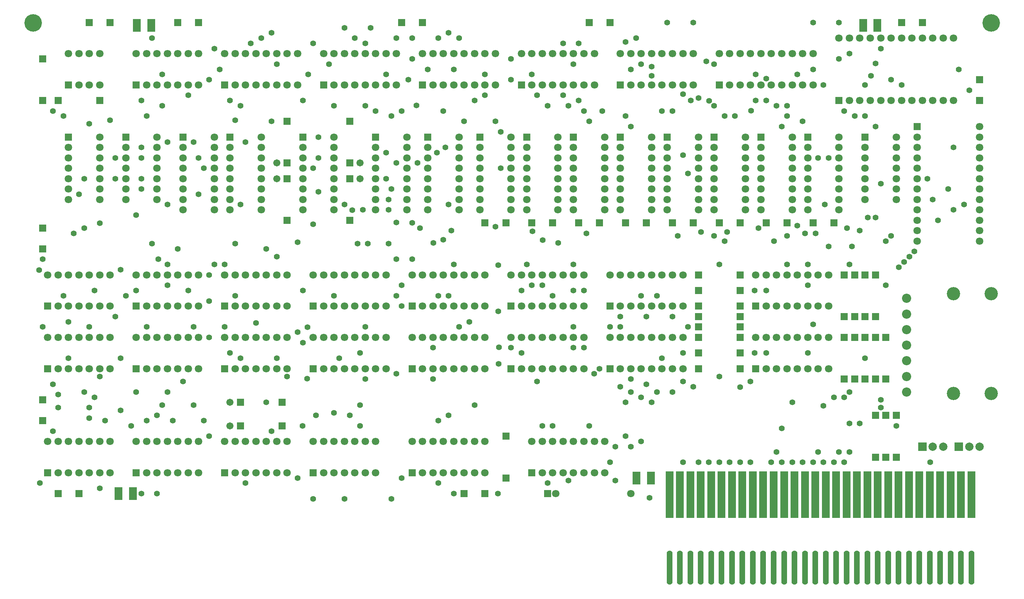
<source format=gbs>
G04*
G04 #@! TF.GenerationSoftware,Altium Limited,Altium Designer,23.6.0 (18)*
G04*
G04 Layer_Color=16711935*
%FSLAX44Y44*%
%MOMM*%
G71*
G04*
G04 #@! TF.SameCoordinates,8006C624-1F22-46BB-959B-2378D66551BF*
G04*
G04*
G04 #@! TF.FilePolarity,Negative*
G04*
G01*
G75*
G04:AMPARAMS|DCode=14|XSize=1.4032mm|YSize=8.2032mm|CornerRadius=0.7016mm|HoleSize=0mm|Usage=FLASHONLY|Rotation=0.000|XOffset=0mm|YOffset=0mm|HoleType=Round|Shape=RoundedRectangle|*
%AMROUNDEDRECTD14*
21,1,1.4032,6.8000,0,0,0.0*
21,1,0.0000,8.2032,0,0,0.0*
1,1,1.4032,0.0000,-3.4000*
1,1,1.4032,0.0000,-3.4000*
1,1,1.4032,0.0000,3.4000*
1,1,1.4032,0.0000,3.4000*
%
%ADD14ROUNDEDRECTD14*%
%ADD15R,1.9032X11.2032*%
%ADD16C,1.8032*%
%ADD17R,1.8032X1.8032*%
%ADD18C,3.2032*%
%ADD19C,4.2032*%
%ADD20R,1.8032X1.8032*%
%ADD21C,2.2032*%
%ADD22R,2.0032X2.0032*%
%ADD23C,2.0032*%
%ADD24C,1.7032*%
%ADD25C,1.4032*%
%ADD26C,1.4032*%
%ADD48R,1.9532X3.1032*%
D14*
X2393000Y122000D02*
D03*
X2418001D02*
D03*
X2367999D02*
D03*
X2293000D02*
D03*
X2317999D02*
D03*
X2343000D02*
D03*
X2443000D02*
D03*
X2243000D02*
D03*
X2117999D02*
D03*
X1993001D02*
D03*
X2018000D02*
D03*
X2043001D02*
D03*
X2068000D02*
D03*
X2093001D02*
D03*
X2143001D02*
D03*
X2167999D02*
D03*
X2193000D02*
D03*
X2217999D02*
D03*
X2267999D02*
D03*
X1943001D02*
D03*
X1718000D02*
D03*
X1742999D02*
D03*
X1768000D02*
D03*
X1793001D02*
D03*
X1818000D02*
D03*
X1843001D02*
D03*
X1868000D02*
D03*
X1893001D02*
D03*
X1918000D02*
D03*
X1968000D02*
D03*
D15*
X2443000Y297000D02*
D03*
X2418001D02*
D03*
X2393000D02*
D03*
X2367999D02*
D03*
X2343000D02*
D03*
X2317999D02*
D03*
X2293000D02*
D03*
X2267999D02*
D03*
X2243000D02*
D03*
X2217999D02*
D03*
X2193000D02*
D03*
X2167999D02*
D03*
X2143001D02*
D03*
X2117999D02*
D03*
X2093001D02*
D03*
X2068000D02*
D03*
X2043001D02*
D03*
X2018000D02*
D03*
X1993001D02*
D03*
X1968000D02*
D03*
X1943001D02*
D03*
X1918000D02*
D03*
X1893001D02*
D03*
X1868000D02*
D03*
X1843001D02*
D03*
X1818000D02*
D03*
X1793001D02*
D03*
X1768000D02*
D03*
X1742999D02*
D03*
X1718000D02*
D03*
D16*
X1925000Y825000D02*
D03*
X1950000D02*
D03*
X2000000D02*
D03*
X1975000D02*
D03*
X2025000D02*
D03*
X2050000D02*
D03*
X2075000D02*
D03*
X2100000D02*
D03*
Y750000D02*
D03*
X2075000D02*
D03*
X2050000D02*
D03*
X2025000D02*
D03*
X1975000D02*
D03*
X2000000D02*
D03*
X1950000D02*
D03*
X1925000Y675000D02*
D03*
X1950000D02*
D03*
X2000000D02*
D03*
X1975000D02*
D03*
X2025000D02*
D03*
X2050000D02*
D03*
X2075000D02*
D03*
X2100000D02*
D03*
Y600000D02*
D03*
X2075000D02*
D03*
X2050000D02*
D03*
X2025000D02*
D03*
X1975000D02*
D03*
X2000000D02*
D03*
X1950000D02*
D03*
X462500Y825000D02*
D03*
X437500D02*
D03*
X487500D02*
D03*
X512500D02*
D03*
X537500D02*
D03*
X562500D02*
D03*
X587500D02*
D03*
Y750000D02*
D03*
X562500D02*
D03*
X537500D02*
D03*
X487500D02*
D03*
X512500D02*
D03*
X462500D02*
D03*
X2012500Y1156250D02*
D03*
Y1131250D02*
D03*
Y1081250D02*
D03*
Y1106250D02*
D03*
Y1056250D02*
D03*
Y1031250D02*
D03*
Y1006250D02*
D03*
Y981250D02*
D03*
X1937500D02*
D03*
Y1006250D02*
D03*
Y1031250D02*
D03*
Y1056250D02*
D03*
Y1106250D02*
D03*
Y1081250D02*
D03*
Y1131250D02*
D03*
X250000Y350000D02*
D03*
X300000D02*
D03*
X275000D02*
D03*
X325000D02*
D03*
X350000D02*
D03*
X375000D02*
D03*
Y425000D02*
D03*
X350000D02*
D03*
X325000D02*
D03*
X300000D02*
D03*
X275000D02*
D03*
X225000D02*
D03*
X250000D02*
D03*
X1625000Y300000D02*
D03*
X1445000D02*
D03*
X2125000Y1393750D02*
D03*
X2150000D02*
D03*
X2200000D02*
D03*
X2175000D02*
D03*
X2225000D02*
D03*
X2250000D02*
D03*
X2300000D02*
D03*
X2275000D02*
D03*
X2150000Y1243750D02*
D03*
X2200000D02*
D03*
X2175000D02*
D03*
X2225000D02*
D03*
X2250000D02*
D03*
X2275000D02*
D03*
X2300000D02*
D03*
X2325000D02*
D03*
X2350000D02*
D03*
X2375000D02*
D03*
X2400000D02*
D03*
X2375000Y1393750D02*
D03*
X2400000D02*
D03*
X2350000D02*
D03*
X2325000D02*
D03*
X1837500Y1356250D02*
D03*
X1862500D02*
D03*
X1887500D02*
D03*
X1912500D02*
D03*
X1862500Y1281250D02*
D03*
X1912500D02*
D03*
X1887500D02*
D03*
X1937500D02*
D03*
X1962500D02*
D03*
X1987500D02*
D03*
X2012500D02*
D03*
X2037500D02*
D03*
X2062500D02*
D03*
Y1356250D02*
D03*
X2037500D02*
D03*
X1987500D02*
D03*
X2012500D02*
D03*
X1962500D02*
D03*
X1937500D02*
D03*
X1412500Y350000D02*
D03*
X1462500D02*
D03*
X1437500D02*
D03*
X1487500D02*
D03*
X1512500D02*
D03*
X1537500D02*
D03*
X1562500D02*
D03*
Y425000D02*
D03*
X1537500D02*
D03*
X1512500D02*
D03*
X1487500D02*
D03*
X1437500D02*
D03*
X1462500D02*
D03*
X1412500D02*
D03*
X1387500D02*
D03*
X1125000Y350000D02*
D03*
X1175000D02*
D03*
X1150000D02*
D03*
X1200000D02*
D03*
X1225000D02*
D03*
X1250000D02*
D03*
X1275000D02*
D03*
Y425000D02*
D03*
X1250000D02*
D03*
X1225000D02*
D03*
X1200000D02*
D03*
X1150000D02*
D03*
X1175000D02*
D03*
X1125000D02*
D03*
X1100000D02*
D03*
X675000D02*
D03*
X650000D02*
D03*
X700000D02*
D03*
X725000D02*
D03*
X750000D02*
D03*
X775000D02*
D03*
X800000D02*
D03*
Y350000D02*
D03*
X775000D02*
D03*
X750000D02*
D03*
X700000D02*
D03*
X725000D02*
D03*
X675000D02*
D03*
X887500Y425000D02*
D03*
X862500D02*
D03*
X912500D02*
D03*
X937500D02*
D03*
X962500D02*
D03*
X987500D02*
D03*
X1012500D02*
D03*
Y350000D02*
D03*
X987500D02*
D03*
X962500D02*
D03*
X912500D02*
D03*
X937500D02*
D03*
X887500D02*
D03*
X462500D02*
D03*
X512500D02*
D03*
X487500D02*
D03*
X537500D02*
D03*
X562500D02*
D03*
X587500D02*
D03*
Y425000D02*
D03*
X562500D02*
D03*
X537500D02*
D03*
X512500D02*
D03*
X487500D02*
D03*
X437500D02*
D03*
X462500D02*
D03*
Y675000D02*
D03*
X437500D02*
D03*
X487500D02*
D03*
X512500D02*
D03*
X537500D02*
D03*
X562500D02*
D03*
X587500D02*
D03*
Y600000D02*
D03*
X562500D02*
D03*
X537500D02*
D03*
X487500D02*
D03*
X512500D02*
D03*
X462500D02*
D03*
X250000D02*
D03*
X300000D02*
D03*
X275000D02*
D03*
X325000D02*
D03*
X350000D02*
D03*
X375000D02*
D03*
Y675000D02*
D03*
X350000D02*
D03*
X325000D02*
D03*
X300000D02*
D03*
X275000D02*
D03*
X225000D02*
D03*
X250000D02*
D03*
X675000D02*
D03*
X650000D02*
D03*
X700000D02*
D03*
X725000D02*
D03*
X750000D02*
D03*
X775000D02*
D03*
X800000D02*
D03*
Y600000D02*
D03*
X775000D02*
D03*
X750000D02*
D03*
X700000D02*
D03*
X725000D02*
D03*
X675000D02*
D03*
X1600000Y750000D02*
D03*
X1650000D02*
D03*
X1625000D02*
D03*
X1675000D02*
D03*
X1700000D02*
D03*
X1725000D02*
D03*
X1750000D02*
D03*
Y825000D02*
D03*
X1725000D02*
D03*
X1700000D02*
D03*
X1675000D02*
D03*
X1625000D02*
D03*
X1650000D02*
D03*
X1600000D02*
D03*
X1575000D02*
D03*
X1600000Y600000D02*
D03*
X1650000D02*
D03*
X1625000D02*
D03*
X1675000D02*
D03*
X1700000D02*
D03*
X1725000D02*
D03*
X1750000D02*
D03*
Y675000D02*
D03*
X1725000D02*
D03*
X1700000D02*
D03*
X1675000D02*
D03*
X1625000D02*
D03*
X1650000D02*
D03*
X1600000D02*
D03*
X1575000D02*
D03*
X1362500Y600000D02*
D03*
X1412500D02*
D03*
X1387500D02*
D03*
X1437500D02*
D03*
X1462500D02*
D03*
X1487500D02*
D03*
X1512500D02*
D03*
Y675000D02*
D03*
X1487500D02*
D03*
X1462500D02*
D03*
X1437500D02*
D03*
X1387500D02*
D03*
X1412500D02*
D03*
X1362500D02*
D03*
X1337500D02*
D03*
X1362500Y750000D02*
D03*
X1412500D02*
D03*
X1387500D02*
D03*
X1437500D02*
D03*
X1462500D02*
D03*
X1487500D02*
D03*
X1512500D02*
D03*
Y825000D02*
D03*
X1487500D02*
D03*
X1462500D02*
D03*
X1437500D02*
D03*
X1387500D02*
D03*
X1412500D02*
D03*
X1362500D02*
D03*
X1337500D02*
D03*
X887500Y600000D02*
D03*
X937500D02*
D03*
X912500D02*
D03*
X962500D02*
D03*
X987500D02*
D03*
X1012500D02*
D03*
X1037500D02*
D03*
Y675000D02*
D03*
X1012500D02*
D03*
X987500D02*
D03*
X962500D02*
D03*
X912500D02*
D03*
X937500D02*
D03*
X887500D02*
D03*
X862500D02*
D03*
X1125000Y600000D02*
D03*
X1175000D02*
D03*
X1150000D02*
D03*
X1200000D02*
D03*
X1225000D02*
D03*
X1250000D02*
D03*
X1275000D02*
D03*
Y675000D02*
D03*
X1250000D02*
D03*
X1225000D02*
D03*
X1200000D02*
D03*
X1150000D02*
D03*
X1175000D02*
D03*
X1125000D02*
D03*
X1100000D02*
D03*
X1125000Y750000D02*
D03*
X1175000D02*
D03*
X1150000D02*
D03*
X1200000D02*
D03*
X1225000D02*
D03*
X1250000D02*
D03*
X1275000D02*
D03*
Y825000D02*
D03*
X1250000D02*
D03*
X1225000D02*
D03*
X1200000D02*
D03*
X1150000D02*
D03*
X1175000D02*
D03*
X1125000D02*
D03*
X1100000D02*
D03*
X887500Y750000D02*
D03*
X937500D02*
D03*
X912500D02*
D03*
X962500D02*
D03*
X987500D02*
D03*
X1012500D02*
D03*
X1037500D02*
D03*
Y825000D02*
D03*
X1012500D02*
D03*
X987500D02*
D03*
X962500D02*
D03*
X912500D02*
D03*
X937500D02*
D03*
X887500D02*
D03*
X862500D02*
D03*
X675000Y750000D02*
D03*
X725000D02*
D03*
X700000D02*
D03*
X750000D02*
D03*
X775000D02*
D03*
X800000D02*
D03*
Y825000D02*
D03*
X775000D02*
D03*
X750000D02*
D03*
X725000D02*
D03*
X700000D02*
D03*
X650000D02*
D03*
X675000D02*
D03*
X250000Y750000D02*
D03*
X300000D02*
D03*
X275000D02*
D03*
X325000D02*
D03*
X350000D02*
D03*
X375000D02*
D03*
Y825000D02*
D03*
X350000D02*
D03*
X325000D02*
D03*
X300000D02*
D03*
X275000D02*
D03*
X225000D02*
D03*
X250000D02*
D03*
X2462500Y981250D02*
D03*
Y956250D02*
D03*
Y906250D02*
D03*
Y931250D02*
D03*
X2312500Y906250D02*
D03*
Y931250D02*
D03*
Y956250D02*
D03*
Y981250D02*
D03*
Y1006250D02*
D03*
Y1031250D02*
D03*
Y1056250D02*
D03*
Y1081250D02*
D03*
Y1131250D02*
D03*
Y1106250D02*
D03*
Y1156250D02*
D03*
X2462500Y1031250D02*
D03*
Y1006250D02*
D03*
Y1056250D02*
D03*
Y1081250D02*
D03*
Y1131250D02*
D03*
Y1106250D02*
D03*
Y1156250D02*
D03*
Y1181250D02*
D03*
X2187500Y1131250D02*
D03*
Y1081250D02*
D03*
Y1106250D02*
D03*
Y1056250D02*
D03*
Y1031250D02*
D03*
Y1006250D02*
D03*
X2262500D02*
D03*
Y1031250D02*
D03*
Y1056250D02*
D03*
Y1081250D02*
D03*
Y1106250D02*
D03*
Y1156250D02*
D03*
Y1131250D02*
D03*
X1600033Y1131283D02*
D03*
Y1081283D02*
D03*
Y1106283D02*
D03*
Y1056283D02*
D03*
Y1031283D02*
D03*
Y1006283D02*
D03*
Y981283D02*
D03*
X1675033D02*
D03*
Y1006283D02*
D03*
Y1031283D02*
D03*
Y1056283D02*
D03*
Y1106283D02*
D03*
Y1081283D02*
D03*
Y1131283D02*
D03*
Y1156283D02*
D03*
X1712467Y1131207D02*
D03*
Y1081207D02*
D03*
Y1106207D02*
D03*
Y1056207D02*
D03*
Y1031207D02*
D03*
Y1006207D02*
D03*
Y981207D02*
D03*
X1787467D02*
D03*
Y1006207D02*
D03*
Y1031207D02*
D03*
Y1056207D02*
D03*
Y1106207D02*
D03*
Y1081207D02*
D03*
Y1131207D02*
D03*
Y1156207D02*
D03*
X1825033Y1131283D02*
D03*
Y1081283D02*
D03*
Y1106283D02*
D03*
Y1056283D02*
D03*
Y1031283D02*
D03*
Y1006283D02*
D03*
Y981283D02*
D03*
X1900033D02*
D03*
Y1006283D02*
D03*
Y1031283D02*
D03*
Y1056283D02*
D03*
Y1106283D02*
D03*
Y1081283D02*
D03*
Y1131283D02*
D03*
Y1156283D02*
D03*
X2050000Y1131240D02*
D03*
Y1081240D02*
D03*
Y1106240D02*
D03*
Y1056240D02*
D03*
Y1031240D02*
D03*
Y1006240D02*
D03*
Y981240D02*
D03*
X2125000D02*
D03*
Y1006240D02*
D03*
Y1031240D02*
D03*
Y1056240D02*
D03*
Y1106240D02*
D03*
Y1081240D02*
D03*
Y1131240D02*
D03*
Y1156240D02*
D03*
X1487500Y1131250D02*
D03*
Y1081250D02*
D03*
Y1106250D02*
D03*
Y1056250D02*
D03*
Y1031250D02*
D03*
Y1006250D02*
D03*
Y981250D02*
D03*
X1562500D02*
D03*
Y1006250D02*
D03*
Y1031250D02*
D03*
Y1056250D02*
D03*
Y1106250D02*
D03*
Y1081250D02*
D03*
Y1131250D02*
D03*
Y1156250D02*
D03*
X1375000Y1131250D02*
D03*
Y1081250D02*
D03*
Y1106250D02*
D03*
Y1056250D02*
D03*
Y1031250D02*
D03*
Y1006250D02*
D03*
Y981250D02*
D03*
X1450000D02*
D03*
Y1006250D02*
D03*
Y1031250D02*
D03*
Y1056250D02*
D03*
Y1106250D02*
D03*
Y1081250D02*
D03*
Y1131250D02*
D03*
Y1156250D02*
D03*
X1262500Y1131250D02*
D03*
Y1081250D02*
D03*
Y1106250D02*
D03*
Y1056250D02*
D03*
Y1031250D02*
D03*
Y1006250D02*
D03*
Y981250D02*
D03*
X1337500D02*
D03*
Y1006250D02*
D03*
Y1031250D02*
D03*
Y1056250D02*
D03*
Y1106250D02*
D03*
Y1081250D02*
D03*
Y1131250D02*
D03*
Y1156250D02*
D03*
X1137500Y1131250D02*
D03*
Y1081250D02*
D03*
Y1106250D02*
D03*
Y1056250D02*
D03*
Y1031250D02*
D03*
Y1006250D02*
D03*
Y981250D02*
D03*
X1212500D02*
D03*
Y1006250D02*
D03*
Y1031250D02*
D03*
Y1056250D02*
D03*
Y1106250D02*
D03*
Y1081250D02*
D03*
Y1131250D02*
D03*
Y1156250D02*
D03*
X1012500Y1131250D02*
D03*
Y1081250D02*
D03*
Y1106250D02*
D03*
Y1056250D02*
D03*
Y1031250D02*
D03*
Y1006250D02*
D03*
Y981250D02*
D03*
X1087500D02*
D03*
Y1006250D02*
D03*
Y1031250D02*
D03*
Y1056250D02*
D03*
Y1106250D02*
D03*
Y1081250D02*
D03*
Y1131250D02*
D03*
Y1156250D02*
D03*
X837500Y1131250D02*
D03*
Y1081250D02*
D03*
Y1106250D02*
D03*
Y1056250D02*
D03*
Y1031250D02*
D03*
Y1006250D02*
D03*
Y981250D02*
D03*
X912500D02*
D03*
Y1006250D02*
D03*
Y1031250D02*
D03*
Y1056250D02*
D03*
Y1106250D02*
D03*
Y1081250D02*
D03*
Y1131250D02*
D03*
Y1156250D02*
D03*
X662500Y1131250D02*
D03*
Y1081250D02*
D03*
Y1106250D02*
D03*
Y1056250D02*
D03*
Y1031250D02*
D03*
Y1006250D02*
D03*
Y981250D02*
D03*
X737500D02*
D03*
Y1006250D02*
D03*
Y1031250D02*
D03*
Y1056250D02*
D03*
Y1106250D02*
D03*
Y1081250D02*
D03*
Y1131250D02*
D03*
Y1156250D02*
D03*
X550000Y1131250D02*
D03*
Y1081250D02*
D03*
Y1106250D02*
D03*
Y1056250D02*
D03*
Y1031250D02*
D03*
Y1006250D02*
D03*
Y981250D02*
D03*
X625000D02*
D03*
Y1006250D02*
D03*
Y1031250D02*
D03*
Y1056250D02*
D03*
Y1106250D02*
D03*
Y1081250D02*
D03*
Y1131250D02*
D03*
Y1156250D02*
D03*
X487500Y1131250D02*
D03*
Y1156250D02*
D03*
Y1106250D02*
D03*
Y1081250D02*
D03*
Y1056250D02*
D03*
Y1031250D02*
D03*
Y1006250D02*
D03*
X412500D02*
D03*
Y1031250D02*
D03*
Y1056250D02*
D03*
Y1106250D02*
D03*
Y1081250D02*
D03*
Y1131250D02*
D03*
X275000D02*
D03*
Y1081250D02*
D03*
Y1106250D02*
D03*
Y1056250D02*
D03*
Y1031250D02*
D03*
Y1006250D02*
D03*
X350000D02*
D03*
Y1031250D02*
D03*
Y1056250D02*
D03*
Y1081250D02*
D03*
Y1106250D02*
D03*
Y1156250D02*
D03*
Y1131250D02*
D03*
X1625000Y1281250D02*
D03*
X1675000D02*
D03*
X1650000D02*
D03*
X1700000D02*
D03*
X1725000D02*
D03*
X1750000D02*
D03*
X1775000D02*
D03*
Y1356250D02*
D03*
X1750000D02*
D03*
X1725000D02*
D03*
X1700000D02*
D03*
X1650000D02*
D03*
X1675000D02*
D03*
X1625000D02*
D03*
X1600000D02*
D03*
X1387500Y1281250D02*
D03*
X1437500D02*
D03*
X1412500D02*
D03*
X1462500D02*
D03*
X1487500D02*
D03*
X1512500D02*
D03*
X1537500D02*
D03*
Y1356250D02*
D03*
X1512500D02*
D03*
X1487500D02*
D03*
X1462500D02*
D03*
X1412500D02*
D03*
X1437500D02*
D03*
X1387500D02*
D03*
X1362500D02*
D03*
X1150000Y1281250D02*
D03*
X1200000D02*
D03*
X1175000D02*
D03*
X1225000D02*
D03*
X1250000D02*
D03*
X1275000D02*
D03*
X1300000D02*
D03*
Y1356250D02*
D03*
X1275000D02*
D03*
X1250000D02*
D03*
X1225000D02*
D03*
X1175000D02*
D03*
X1200000D02*
D03*
X1150000D02*
D03*
X1125000D02*
D03*
X912500Y1281250D02*
D03*
X962500D02*
D03*
X937500D02*
D03*
X987500D02*
D03*
X1012500D02*
D03*
X1037500D02*
D03*
X1062500D02*
D03*
Y1356250D02*
D03*
X1037500D02*
D03*
X1012500D02*
D03*
X987500D02*
D03*
X937500D02*
D03*
X962500D02*
D03*
X912500D02*
D03*
X887500D02*
D03*
X675000Y1281250D02*
D03*
X725000D02*
D03*
X700000D02*
D03*
X750000D02*
D03*
X775000D02*
D03*
X800000D02*
D03*
X825000D02*
D03*
Y1356250D02*
D03*
X800000D02*
D03*
X775000D02*
D03*
X750000D02*
D03*
X700000D02*
D03*
X725000D02*
D03*
X675000D02*
D03*
X650000D02*
D03*
X462500Y1281250D02*
D03*
X512500D02*
D03*
X487500D02*
D03*
X537500D02*
D03*
X562500D02*
D03*
X587500D02*
D03*
Y1356250D02*
D03*
X562500D02*
D03*
X537500D02*
D03*
X512500D02*
D03*
X487500D02*
D03*
X437500D02*
D03*
X462500D02*
D03*
X300000Y1281250D02*
D03*
X325000D02*
D03*
X350000D02*
D03*
X275000Y1356250D02*
D03*
X300000D02*
D03*
X325000D02*
D03*
X350000D02*
D03*
D17*
X1925000Y750000D02*
D03*
Y600000D02*
D03*
X437500Y750000D02*
D03*
X2112500Y950000D02*
D03*
X2062500D02*
D03*
X2000000D02*
D03*
X1950000D02*
D03*
X1887500D02*
D03*
X1837500D02*
D03*
X1775000D02*
D03*
X1725000D02*
D03*
X1662500D02*
D03*
X1612500D02*
D03*
X1550000D02*
D03*
X1500000D02*
D03*
X1437500D02*
D03*
X1387500D02*
D03*
X1325000D02*
D03*
X1275000D02*
D03*
X225000Y350000D02*
D03*
X1425000Y300000D02*
D03*
X2125000Y1243750D02*
D03*
X1887500Y825000D02*
D03*
X1787500D02*
D03*
X587500Y1431250D02*
D03*
X537500D02*
D03*
X1125000D02*
D03*
X1075000D02*
D03*
X1575000D02*
D03*
X1525000D02*
D03*
X2325000D02*
D03*
X2275000D02*
D03*
X1837500Y1281250D02*
D03*
X1275000Y300000D02*
D03*
X1225000D02*
D03*
X300000D02*
D03*
X250000D02*
D03*
X687500Y462500D02*
D03*
X787500D02*
D03*
X687500Y518750D02*
D03*
X787500D02*
D03*
X1787500Y700000D02*
D03*
X1887500D02*
D03*
X1787500Y675000D02*
D03*
X1887500D02*
D03*
X1787500Y637500D02*
D03*
X1887500D02*
D03*
X1787500Y600000D02*
D03*
X1887500D02*
D03*
X1787500Y787500D02*
D03*
X1887500D02*
D03*
X1787500Y725000D02*
D03*
X1887500D02*
D03*
X1787500Y750000D02*
D03*
X1887500D02*
D03*
X325000Y1431250D02*
D03*
X375000D02*
D03*
X250000Y1243750D02*
D03*
X350000D02*
D03*
X1387500Y350000D02*
D03*
X1100000D02*
D03*
X650000D02*
D03*
X862500D02*
D03*
X437500D02*
D03*
Y600000D02*
D03*
X225000D02*
D03*
X650000D02*
D03*
X1575000Y750000D02*
D03*
Y600000D02*
D03*
X1337500D02*
D03*
Y750000D02*
D03*
X862500Y600000D02*
D03*
X1100000D02*
D03*
Y750000D02*
D03*
X862500D02*
D03*
X650000D02*
D03*
X225000D02*
D03*
X1600000Y1281250D02*
D03*
X1362500D02*
D03*
X1125000D02*
D03*
X887500D02*
D03*
X650000D02*
D03*
X437500Y1281250D02*
D03*
D18*
X2490000Y540000D02*
D03*
X2400000D02*
D03*
X2490000Y780000D02*
D03*
X2400000D02*
D03*
D19*
X2490000Y1430000D02*
D03*
X190000D02*
D03*
D20*
X1937500Y1156250D02*
D03*
X212500Y525000D02*
D03*
Y475000D02*
D03*
Y937500D02*
D03*
Y887500D02*
D03*
Y1243750D02*
D03*
Y1343750D02*
D03*
X2462500Y1293750D02*
D03*
Y1243750D02*
D03*
X2237500Y575000D02*
D03*
Y675000D02*
D03*
X2262500Y387500D02*
D03*
Y487500D02*
D03*
X2237500Y387500D02*
D03*
Y487500D02*
D03*
X2212500Y387500D02*
D03*
Y487500D02*
D03*
X1325000Y337500D02*
D03*
Y437500D02*
D03*
X2212500Y575000D02*
D03*
Y675000D02*
D03*
X2187500Y575000D02*
D03*
Y675000D02*
D03*
X2162500Y575000D02*
D03*
Y675000D02*
D03*
X2137500Y575000D02*
D03*
Y675000D02*
D03*
X2212500Y725000D02*
D03*
Y825000D02*
D03*
X2187500Y725000D02*
D03*
Y825000D02*
D03*
X2162500Y725000D02*
D03*
Y825000D02*
D03*
X2137500Y725000D02*
D03*
Y825000D02*
D03*
X800000Y1193750D02*
D03*
Y1093750D02*
D03*
X950000Y1193750D02*
D03*
Y1093750D02*
D03*
Y1056250D02*
D03*
Y956250D02*
D03*
X800000Y1056250D02*
D03*
Y956250D02*
D03*
X2312500Y1181250D02*
D03*
X2187500Y1156250D02*
D03*
X1600033Y1156283D02*
D03*
X1712467Y1156207D02*
D03*
X1825033Y1156283D02*
D03*
X2050000Y1156240D02*
D03*
X1487500Y1156250D02*
D03*
X1375000D02*
D03*
X1262500D02*
D03*
X1137500D02*
D03*
X1012500D02*
D03*
X837500D02*
D03*
X662500D02*
D03*
X550000D02*
D03*
X412500D02*
D03*
X275000D02*
D03*
Y1281250D02*
D03*
D21*
X2287500Y656250D02*
D03*
Y693750D02*
D03*
Y731250D02*
D03*
Y618750D02*
D03*
Y581250D02*
D03*
Y543750D02*
D03*
Y768750D02*
D03*
D22*
X2412500Y412500D02*
D03*
X2325000D02*
D03*
D23*
X2437500D02*
D03*
X2462500D02*
D03*
X2350000D02*
D03*
X2375000D02*
D03*
D24*
X775000Y1093750D02*
D03*
Y1056250D02*
D03*
X975000Y1093750D02*
D03*
Y1056250D02*
D03*
X662500Y518750D02*
D03*
Y462500D02*
D03*
D25*
X687500Y625000D02*
D03*
X1412500Y800000D02*
D03*
X1913523Y1219773D02*
D03*
X1768750Y1243750D02*
D03*
X2343750Y375000D02*
D03*
X2262500Y462500D02*
D03*
X1100000Y1343750D02*
D03*
X1090571Y1293631D02*
D03*
X1537000Y587500D02*
D03*
X1556250Y1218750D02*
D03*
X1525000Y1193750D02*
D03*
X1806250Y1337500D02*
D03*
X204250Y836796D02*
D03*
X206250Y325000D02*
D03*
X1306572Y848608D02*
D03*
X1306462Y737378D02*
D03*
X1308757Y650843D02*
D03*
X1307992Y611836D02*
D03*
X1337500Y650000D02*
D03*
X1922000Y637500D02*
D03*
X1950000D02*
D03*
X349801Y949613D02*
D03*
X1180110Y1131365D02*
D03*
X1159787Y1118784D02*
D03*
X837000Y462500D02*
D03*
X325000Y1188000D02*
D03*
X675000Y1196750D02*
D03*
X375000D02*
D03*
X312500Y1056250D02*
D03*
X2201779Y1303134D02*
D03*
X2212448Y1333133D02*
D03*
X2125000Y1343750D02*
D03*
X1110586Y1231874D02*
D03*
X848550Y699737D02*
D03*
X847902Y575992D02*
D03*
X487500Y300000D02*
D03*
X1150903Y901568D02*
D03*
X1450472Y901717D02*
D03*
X1100000Y862500D02*
D03*
X1062500D02*
D03*
X2100000Y893750D02*
D03*
X2237478Y906239D02*
D03*
X1389107Y929750D02*
D03*
X1175000Y909500D02*
D03*
X775000Y868750D02*
D03*
X750000Y887500D02*
D03*
X537500D02*
D03*
X675000Y900000D02*
D03*
X475000D02*
D03*
X490500Y862500D02*
D03*
X1118750Y937500D02*
D03*
X1100000Y950000D02*
D03*
X2043750Y925000D02*
D03*
X2000000Y918750D02*
D03*
X1825000D02*
D03*
X1737500D02*
D03*
X2025000Y943750D02*
D03*
X1969041Y906250D02*
D03*
X1793750Y928000D02*
D03*
X1193750Y931250D02*
D03*
X1300000Y940500D02*
D03*
X1312500Y1081250D02*
D03*
X1850000Y906250D02*
D03*
X1856250Y928000D02*
D03*
X2175000Y931250D02*
D03*
X2068750Y925000D02*
D03*
X2143750Y937500D02*
D03*
X1922000Y787500D02*
D03*
X1931250Y937500D02*
D03*
X1912500Y375000D02*
D03*
Y568750D02*
D03*
X1518750Y925000D02*
D03*
X2090750Y993750D02*
D03*
X1062500Y950571D02*
D03*
X1413548Y908263D02*
D03*
X2156250Y893750D02*
D03*
X2150000Y543750D02*
D03*
X1625000Y1181250D02*
D03*
X1612500Y1206250D02*
D03*
X1300000Y1193750D02*
D03*
X437500Y968750D02*
D03*
X612500Y437500D02*
D03*
X1387500Y800000D02*
D03*
X2025000Y1306250D02*
D03*
X2100000Y1106250D02*
D03*
X1887209Y555959D02*
D03*
X1787500Y1250000D02*
D03*
X1750000Y1112500D02*
D03*
X1012500Y1218750D02*
D03*
X1050000Y1031250D02*
D03*
X587500Y1018750D02*
D03*
X612500Y1293750D02*
D03*
X462500Y700000D02*
D03*
X262500Y775000D02*
D03*
X1612500Y437500D02*
D03*
Y1384790D02*
D03*
X912500Y493750D02*
D03*
X1850000Y1206250D02*
D03*
X1825000Y1231250D02*
D03*
X1437500Y462500D02*
D03*
X725000Y709500D02*
D03*
X462500Y1206250D02*
D03*
X1187500Y1406250D02*
D03*
X937500Y1418750D02*
D03*
X762500Y1406250D02*
D03*
X1000000Y1418750D02*
D03*
X2150000Y400000D02*
D03*
X1650000Y425000D02*
D03*
X1475000Y331250D02*
D03*
X1587500D02*
D03*
X2237500Y800000D02*
D03*
X1612500Y518750D02*
D03*
X2087500Y510750D02*
D03*
X1250000Y512500D02*
D03*
X975000D02*
D03*
X950000Y487500D02*
D03*
X1675000Y518750D02*
D03*
X1987500Y456250D02*
D03*
X1412500Y462500D02*
D03*
X975000D02*
D03*
X868750Y487500D02*
D03*
X1625000Y543750D02*
D03*
X1650000Y531250D02*
D03*
X1525000Y462500D02*
D03*
X312500Y937500D02*
D03*
X287500Y925000D02*
D03*
X837500Y787500D02*
D03*
X862500Y946750D02*
D03*
X1200000Y850000D02*
D03*
X1487500D02*
D03*
X1375000D02*
D03*
X2212500Y962500D02*
D03*
X2193750D02*
D03*
X2225000Y1043750D02*
D03*
X875000Y1025000D02*
D03*
X650000Y850000D02*
D03*
X625000D02*
D03*
X2362500Y956250D02*
D03*
X2400000Y981250D02*
D03*
X1400000Y568750D02*
D03*
X1212500Y700000D02*
D03*
X1225000Y1193750D02*
D03*
X912500Y1231250D02*
D03*
X1925000Y1306250D02*
D03*
X1950000Y1296460D02*
D03*
X1825000Y1331250D02*
D03*
X1813172Y1243077D02*
D03*
X1624888Y1318213D02*
D03*
X2062500Y1318750D02*
D03*
X1462500Y1256250D02*
D03*
X1475000Y1231250D02*
D03*
X1425000D02*
D03*
X2050000Y850000D02*
D03*
X2000000D02*
D03*
X2400000Y1131250D02*
D03*
X1987500Y1181250D02*
D03*
X700000Y1143750D02*
D03*
X687500Y993750D02*
D03*
X1425000Y325000D02*
D03*
X1750000Y637500D02*
D03*
X1700000Y625000D02*
D03*
X1662500Y725000D02*
D03*
X1600000D02*
D03*
Y700000D02*
D03*
X1575000D02*
D03*
X1487500D02*
D03*
X1187500Y993750D02*
D03*
X437500Y543750D02*
D03*
X525000Y475000D02*
D03*
X762500Y450000D02*
D03*
X1150000Y575000D02*
D03*
X1162500Y475000D02*
D03*
X1187500Y487500D02*
D03*
X1575000Y375000D02*
D03*
X1587500Y412500D02*
D03*
X1625000D02*
D03*
X1150000Y650000D02*
D03*
X1237500Y712500D02*
D03*
X1725000Y725000D02*
D03*
X1975000Y400000D02*
D03*
X2075000D02*
D03*
X2125000D02*
D03*
X1750000Y375000D02*
D03*
X1787500D02*
D03*
X1812500D02*
D03*
X1837500D02*
D03*
X1862500D02*
D03*
X1887500D02*
D03*
X1962500D02*
D03*
X1987500D02*
D03*
X2012500D02*
D03*
X2037500D02*
D03*
X2062500D02*
D03*
X2087500D02*
D03*
X2112500D02*
D03*
X2137500D02*
D03*
X2150000Y468750D02*
D03*
X2175000D02*
D03*
X2212500Y1181250D02*
D03*
X2150000Y850000D02*
D03*
X1687500Y775000D02*
D03*
X1650000D02*
D03*
X1362500Y637500D02*
D03*
X1487500Y650000D02*
D03*
X1512500D02*
D03*
X1600000Y556250D02*
D03*
X1625000Y575000D02*
D03*
X1662500Y562500D02*
D03*
X1687500Y543750D02*
D03*
X1725000D02*
D03*
X1750000Y568750D02*
D03*
X1775000Y556250D02*
D03*
X1837500Y581250D02*
D03*
X2012500Y518750D02*
D03*
X2112500Y531250D02*
D03*
X2137500D02*
D03*
X2187500Y625000D02*
D03*
X2050000Y637500D02*
D03*
X2062500Y706250D02*
D03*
X2050000Y800000D02*
D03*
X1950000Y787500D02*
D03*
X2387500Y1031250D02*
D03*
X2425000Y993750D02*
D03*
X2350000Y1006250D02*
D03*
X2337500Y1056250D02*
D03*
X2437500Y1268750D02*
D03*
X2412500Y1318750D02*
D03*
X2275000Y1281250D02*
D03*
X2250000Y1293750D02*
D03*
X2225000Y1368750D02*
D03*
X2187500Y1281250D02*
D03*
X2150000Y1356250D02*
D03*
X2187500Y1206250D02*
D03*
X2162500D02*
D03*
X2137500Y1218750D02*
D03*
X2075000Y1106250D02*
D03*
X1362500Y787500D02*
D03*
X1437500Y775000D02*
D03*
X1487500Y787500D02*
D03*
X1512500D02*
D03*
X1762500Y1068750D02*
D03*
X2125000Y1431250D02*
D03*
X2062500D02*
D03*
X2087500Y1281250D02*
D03*
X2037500Y1193750D02*
D03*
X2000000Y1206250D02*
D03*
Y1231250D02*
D03*
X1975000D02*
D03*
X1950000Y1243750D02*
D03*
X1925000D02*
D03*
X1875000Y1206250D02*
D03*
X1837500Y850000D02*
D03*
X1700000Y1218750D02*
D03*
X1725000D02*
D03*
X1775000Y1431250D02*
D03*
X1712500D02*
D03*
X1637500Y1393750D02*
D03*
X1462500Y1381250D02*
D03*
X1500000D02*
D03*
X1487500Y1331250D02*
D03*
X1512500Y1218750D02*
D03*
X1500000Y1243750D02*
D03*
X1400000Y1256250D02*
D03*
X1387500Y1306250D02*
D03*
X1062500Y1093750D02*
D03*
X1337500Y1343750D02*
D03*
Y1293750D02*
D03*
X1187500Y775000D02*
D03*
X1162500D02*
D03*
X1075000Y750000D02*
D03*
X1062500Y775000D02*
D03*
X1075000Y800000D02*
D03*
X1312500Y1168750D02*
D03*
X1275000Y1306250D02*
D03*
Y1256250D02*
D03*
X1250000Y1243750D02*
D03*
X1112500Y1093750D02*
D03*
X1175000Y1218750D02*
D03*
X1162500Y1393750D02*
D03*
X1212500D02*
D03*
X1200000Y1318750D02*
D03*
X1137500D02*
D03*
X1100000Y1393750D02*
D03*
X1062500D02*
D03*
X962500D02*
D03*
X987500Y1381250D02*
D03*
X1037500Y1306250D02*
D03*
X1075000Y1218750D02*
D03*
X1050000Y1206250D02*
D03*
X987500Y1231250D02*
D03*
X1037500Y1118750D02*
D03*
Y1056250D02*
D03*
X937500Y993750D02*
D03*
X900000Y1331250D02*
D03*
X575000Y1143750D02*
D03*
X387500Y1056250D02*
D03*
Y1106250D02*
D03*
X512500Y1143750D02*
D03*
X862500Y1081250D02*
D03*
X875000Y1106250D02*
D03*
Y1156250D02*
D03*
X862500Y1381250D02*
D03*
X850000Y1306250D02*
D03*
X837500Y1243750D02*
D03*
X762500Y1193750D02*
D03*
X687500Y1231250D02*
D03*
X662500Y1243750D02*
D03*
X712500Y1381250D02*
D03*
X737500Y1393750D02*
D03*
X775000Y1331250D02*
D03*
X637500Y1318750D02*
D03*
X500000Y1306250D02*
D03*
X625000Y1368750D02*
D03*
X562500Y1256250D02*
D03*
X600000Y1081250D02*
D03*
X587500Y1106250D02*
D03*
X450000Y1031250D02*
D03*
Y1056250D02*
D03*
Y1106250D02*
D03*
Y1131250D02*
D03*
X500000Y1231250D02*
D03*
X475000Y1393750D02*
D03*
X450000Y1243750D02*
D03*
X237500Y1218750D02*
D03*
X262500Y1206250D02*
D03*
X300000Y1018750D02*
D03*
X912500Y775000D02*
D03*
X925000Y625000D02*
D03*
X975000Y637500D02*
D03*
X987500Y700000D02*
D03*
X1062500Y587500D02*
D03*
X987500Y575000D02*
D03*
X837500Y662500D02*
D03*
X825000Y687500D02*
D03*
X775000Y625000D02*
D03*
X800000Y581250D02*
D03*
X675000Y775000D02*
D03*
X650000Y700000D02*
D03*
X662500Y637500D02*
D03*
X612500Y675000D02*
D03*
Y762500D02*
D03*
Y825000D02*
D03*
X575000Y700000D02*
D03*
X562500Y787500D02*
D03*
X512500Y800000D02*
D03*
Y993750D02*
D03*
Y850000D02*
D03*
X437500Y787500D02*
D03*
X412500Y775000D02*
D03*
X400000Y837500D02*
D03*
X212500Y862500D02*
D03*
X337500Y787500D02*
D03*
X387500Y725000D02*
D03*
X212500Y700000D02*
D03*
X275000Y712500D02*
D03*
X325000Y700000D02*
D03*
X275000Y625000D02*
D03*
X400000D02*
D03*
X350000Y581250D02*
D03*
X237500Y562500D02*
D03*
X575000Y512500D02*
D03*
X600000Y475000D02*
D03*
X550000Y568750D02*
D03*
X512500Y543750D02*
D03*
X500000Y512500D02*
D03*
X487500Y487500D02*
D03*
X425000Y462500D02*
D03*
X462500Y475000D02*
D03*
X400000Y500000D02*
D03*
X362500Y475000D02*
D03*
X250000Y506250D02*
D03*
Y537500D02*
D03*
X312500Y543750D02*
D03*
X337500Y531250D02*
D03*
X325000Y506250D02*
D03*
Y481250D02*
D03*
X237500Y450000D02*
D03*
X1075000Y337500D02*
D03*
X1162500Y325000D02*
D03*
X1200000Y300000D02*
D03*
X937500Y287500D02*
D03*
X862500D02*
D03*
X825000Y337500D02*
D03*
X700000Y325000D02*
D03*
X350000Y312500D02*
D03*
D26*
X1550000Y600000D02*
D03*
X1306250Y300000D02*
D03*
X1050000Y287500D02*
D03*
X1670000Y290000D02*
D03*
X450000Y300000D02*
D03*
X2250000Y918750D02*
D03*
X2268750Y843750D02*
D03*
X968750Y900000D02*
D03*
X825000Y903250D02*
D03*
X1043750Y900000D02*
D03*
X1762500Y700000D02*
D03*
X2281250Y856250D02*
D03*
X2306250Y881250D02*
D03*
X2293750Y868750D02*
D03*
X2225000Y506250D02*
D03*
Y525000D02*
D03*
X750000Y518750D02*
D03*
X981250Y981250D02*
D03*
X993750Y900000D02*
D03*
X1043750Y981250D02*
D03*
Y1006250D02*
D03*
X955959Y980959D02*
D03*
X1650000Y1331250D02*
D03*
X1675000Y1325000D02*
D03*
Y1303540D02*
D03*
X1750000Y1258960D02*
D03*
D48*
X473573Y1424213D02*
D03*
X439073D02*
D03*
X395250Y300000D02*
D03*
X429750D02*
D03*
X1673500Y337500D02*
D03*
X1639000D02*
D03*
X2217163Y1424108D02*
D03*
X2182663D02*
D03*
M02*

</source>
